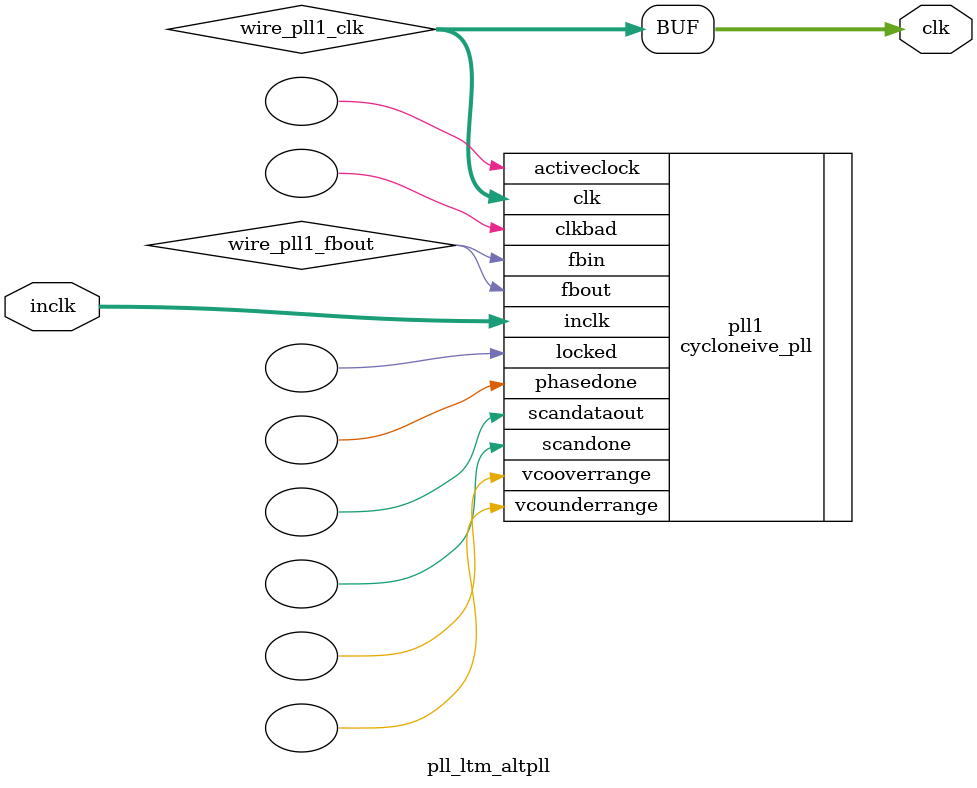
<source format=v>






//synthesis_resources = cycloneive_pll 1 
//synopsys translate_off
`timescale 1 ps / 1 ps
//synopsys translate_on
module  pll_ltm_altpll
	( 
	clk,
	inclk) /* synthesis synthesis_clearbox=1 */;
	output   [4:0]  clk;
	input   [1:0]  inclk;
`ifndef ALTERA_RESERVED_QIS
// synopsys translate_off
`endif
	tri0   [1:0]  inclk;
`ifndef ALTERA_RESERVED_QIS
// synopsys translate_on
`endif

	wire  [4:0]   wire_pll1_clk;
	wire  wire_pll1_fbout;

	cycloneive_pll   pll1
	( 
	.activeclock(),
	.clk(wire_pll1_clk),
	.clkbad(),
	.fbin(wire_pll1_fbout),
	.fbout(wire_pll1_fbout),
	.inclk(inclk),
	.locked(),
	.phasedone(),
	.scandataout(),
	.scandone(),
	.vcooverrange(),
	.vcounderrange()
	`ifndef FORMAL_VERIFICATION
	// synopsys translate_off
	`endif
	,
	.areset(1'b0),
	.clkswitch(1'b0),
	.configupdate(1'b0),
	.pfdena(1'b1),
	.phasecounterselect({3{1'b0}}),
	.phasestep(1'b0),
	.phaseupdown(1'b0),
	.scanclk(1'b0),
	.scanclkena(1'b1),
	.scandata(1'b0)
	`ifndef FORMAL_VERIFICATION
	// synopsys translate_on
	`endif
	);
	defparam
		pll1.bandwidth_type = "auto",
		pll1.clk0_divide_by = 2,
		pll1.clk0_duty_cycle = 50,
		pll1.clk0_multiply_by = 1,
		pll1.clk0_phase_shift = "0",
		pll1.compensate_clock = "clk0",
		pll1.inclk0_input_frequency = 20000,
		pll1.operation_mode = "normal",
		pll1.pll_type = "auto",
		pll1.lpm_type = "cycloneive_pll";
	assign
		clk = {wire_pll1_clk[4:0]};
endmodule //pll_ltm_altpll
//VALID FILE

</source>
